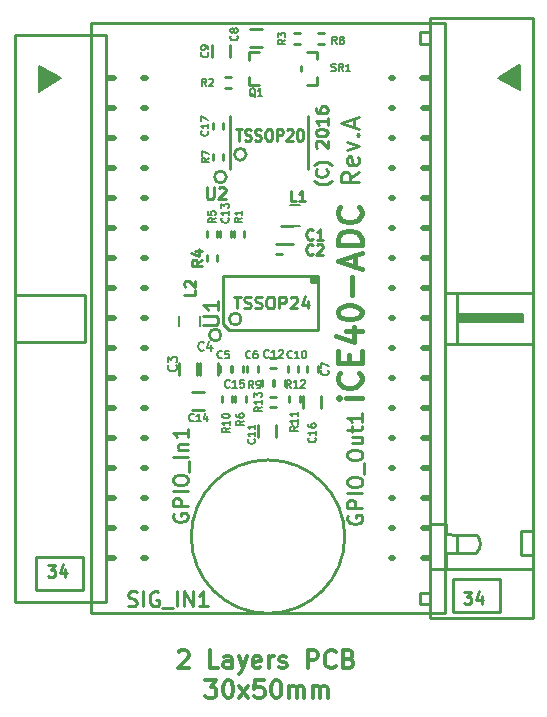
<source format=gbr>
G04 #@! TF.FileFunction,Legend,Top*
%FSLAX46Y46*%
G04 Gerber Fmt 4.6, Leading zero omitted, Abs format (unit mm)*
G04 Created by KiCad (PCBNEW 4.0.1-3.201512221401+6198~38~ubuntu15.10.1-stable) date Thu 31 Mar 2016 12:50:45 PM EEST*
%MOMM*%
G01*
G04 APERTURE LIST*
%ADD10C,0.100000*%
%ADD11C,0.254000*%
%ADD12C,0.300000*%
%ADD13C,0.381000*%
%ADD14C,0.127000*%
%ADD15C,0.500000*%
%ADD16C,0.150000*%
%ADD17C,0.158750*%
%ADD18C,0.222250*%
%ADD19C,0.190500*%
%ADD20C,0.225000*%
%ADD21C,0.250000*%
G04 APERTURE END LIST*
D10*
D11*
X147691929Y-82613500D02*
X146966214Y-83121500D01*
X147691929Y-83484357D02*
X146167929Y-83484357D01*
X146167929Y-82903785D01*
X146240500Y-82758643D01*
X146313071Y-82686071D01*
X146458214Y-82613500D01*
X146675929Y-82613500D01*
X146821071Y-82686071D01*
X146893643Y-82758643D01*
X146966214Y-82903785D01*
X146966214Y-83484357D01*
X147619357Y-81379785D02*
X147691929Y-81524928D01*
X147691929Y-81815214D01*
X147619357Y-81960357D01*
X147474214Y-82032928D01*
X146893643Y-82032928D01*
X146748500Y-81960357D01*
X146675929Y-81815214D01*
X146675929Y-81524928D01*
X146748500Y-81379785D01*
X146893643Y-81307214D01*
X147038786Y-81307214D01*
X147183929Y-82032928D01*
X146675929Y-80799214D02*
X147691929Y-80436357D01*
X146675929Y-80073499D01*
X147546786Y-79492928D02*
X147619357Y-79420356D01*
X147691929Y-79492928D01*
X147619357Y-79565499D01*
X147546786Y-79492928D01*
X147691929Y-79492928D01*
X147256500Y-78839785D02*
X147256500Y-78114071D01*
X147691929Y-78984928D02*
X146167929Y-78476928D01*
X147691929Y-77968928D01*
X143611600Y-91948000D02*
X144170400Y-91948000D01*
X143611600Y-91440000D02*
X143611600Y-91948000D01*
X143967200Y-91440000D02*
X143967200Y-91795600D01*
X143764000Y-91846400D02*
X144170400Y-91846400D01*
X143764000Y-91440000D02*
X143764000Y-91846400D01*
D12*
X132434143Y-123273429D02*
X132505572Y-123202000D01*
X132648429Y-123130571D01*
X133005572Y-123130571D01*
X133148429Y-123202000D01*
X133219858Y-123273429D01*
X133291286Y-123416286D01*
X133291286Y-123559143D01*
X133219858Y-123773429D01*
X132362715Y-124630571D01*
X133291286Y-124630571D01*
X135791286Y-124630571D02*
X135077000Y-124630571D01*
X135077000Y-123130571D01*
X136934143Y-124630571D02*
X136934143Y-123844857D01*
X136862714Y-123702000D01*
X136719857Y-123630571D01*
X136434143Y-123630571D01*
X136291286Y-123702000D01*
X136934143Y-124559143D02*
X136791286Y-124630571D01*
X136434143Y-124630571D01*
X136291286Y-124559143D01*
X136219857Y-124416286D01*
X136219857Y-124273429D01*
X136291286Y-124130571D01*
X136434143Y-124059143D01*
X136791286Y-124059143D01*
X136934143Y-123987714D01*
X137505572Y-123630571D02*
X137862715Y-124630571D01*
X138219857Y-123630571D02*
X137862715Y-124630571D01*
X137719857Y-124987714D01*
X137648429Y-125059143D01*
X137505572Y-125130571D01*
X139362714Y-124559143D02*
X139219857Y-124630571D01*
X138934143Y-124630571D01*
X138791286Y-124559143D01*
X138719857Y-124416286D01*
X138719857Y-123844857D01*
X138791286Y-123702000D01*
X138934143Y-123630571D01*
X139219857Y-123630571D01*
X139362714Y-123702000D01*
X139434143Y-123844857D01*
X139434143Y-123987714D01*
X138719857Y-124130571D01*
X140077000Y-124630571D02*
X140077000Y-123630571D01*
X140077000Y-123916286D02*
X140148428Y-123773429D01*
X140219857Y-123702000D01*
X140362714Y-123630571D01*
X140505571Y-123630571D01*
X140934142Y-124559143D02*
X141076999Y-124630571D01*
X141362714Y-124630571D01*
X141505571Y-124559143D01*
X141576999Y-124416286D01*
X141576999Y-124344857D01*
X141505571Y-124202000D01*
X141362714Y-124130571D01*
X141148428Y-124130571D01*
X141005571Y-124059143D01*
X140934142Y-123916286D01*
X140934142Y-123844857D01*
X141005571Y-123702000D01*
X141148428Y-123630571D01*
X141362714Y-123630571D01*
X141505571Y-123702000D01*
X143362714Y-124630571D02*
X143362714Y-123130571D01*
X143934142Y-123130571D01*
X144077000Y-123202000D01*
X144148428Y-123273429D01*
X144219857Y-123416286D01*
X144219857Y-123630571D01*
X144148428Y-123773429D01*
X144077000Y-123844857D01*
X143934142Y-123916286D01*
X143362714Y-123916286D01*
X145719857Y-124487714D02*
X145648428Y-124559143D01*
X145434142Y-124630571D01*
X145291285Y-124630571D01*
X145077000Y-124559143D01*
X144934142Y-124416286D01*
X144862714Y-124273429D01*
X144791285Y-123987714D01*
X144791285Y-123773429D01*
X144862714Y-123487714D01*
X144934142Y-123344857D01*
X145077000Y-123202000D01*
X145291285Y-123130571D01*
X145434142Y-123130571D01*
X145648428Y-123202000D01*
X145719857Y-123273429D01*
X146862714Y-123844857D02*
X147077000Y-123916286D01*
X147148428Y-123987714D01*
X147219857Y-124130571D01*
X147219857Y-124344857D01*
X147148428Y-124487714D01*
X147077000Y-124559143D01*
X146934142Y-124630571D01*
X146362714Y-124630571D01*
X146362714Y-123130571D01*
X146862714Y-123130571D01*
X147005571Y-123202000D01*
X147077000Y-123273429D01*
X147148428Y-123416286D01*
X147148428Y-123559143D01*
X147077000Y-123702000D01*
X147005571Y-123773429D01*
X146862714Y-123844857D01*
X146362714Y-123844857D01*
X134704001Y-125670571D02*
X135632572Y-125670571D01*
X135132572Y-126242000D01*
X135346858Y-126242000D01*
X135489715Y-126313429D01*
X135561144Y-126384857D01*
X135632572Y-126527714D01*
X135632572Y-126884857D01*
X135561144Y-127027714D01*
X135489715Y-127099143D01*
X135346858Y-127170571D01*
X134918286Y-127170571D01*
X134775429Y-127099143D01*
X134704001Y-127027714D01*
X136561143Y-125670571D02*
X136704000Y-125670571D01*
X136846857Y-125742000D01*
X136918286Y-125813429D01*
X136989715Y-125956286D01*
X137061143Y-126242000D01*
X137061143Y-126599143D01*
X136989715Y-126884857D01*
X136918286Y-127027714D01*
X136846857Y-127099143D01*
X136704000Y-127170571D01*
X136561143Y-127170571D01*
X136418286Y-127099143D01*
X136346857Y-127027714D01*
X136275429Y-126884857D01*
X136204000Y-126599143D01*
X136204000Y-126242000D01*
X136275429Y-125956286D01*
X136346857Y-125813429D01*
X136418286Y-125742000D01*
X136561143Y-125670571D01*
X137561143Y-127170571D02*
X138346857Y-126170571D01*
X137561143Y-126170571D02*
X138346857Y-127170571D01*
X139632572Y-125670571D02*
X138918286Y-125670571D01*
X138846857Y-126384857D01*
X138918286Y-126313429D01*
X139061143Y-126242000D01*
X139418286Y-126242000D01*
X139561143Y-126313429D01*
X139632572Y-126384857D01*
X139704000Y-126527714D01*
X139704000Y-126884857D01*
X139632572Y-127027714D01*
X139561143Y-127099143D01*
X139418286Y-127170571D01*
X139061143Y-127170571D01*
X138918286Y-127099143D01*
X138846857Y-127027714D01*
X140632571Y-125670571D02*
X140775428Y-125670571D01*
X140918285Y-125742000D01*
X140989714Y-125813429D01*
X141061143Y-125956286D01*
X141132571Y-126242000D01*
X141132571Y-126599143D01*
X141061143Y-126884857D01*
X140989714Y-127027714D01*
X140918285Y-127099143D01*
X140775428Y-127170571D01*
X140632571Y-127170571D01*
X140489714Y-127099143D01*
X140418285Y-127027714D01*
X140346857Y-126884857D01*
X140275428Y-126599143D01*
X140275428Y-126242000D01*
X140346857Y-125956286D01*
X140418285Y-125813429D01*
X140489714Y-125742000D01*
X140632571Y-125670571D01*
X141775428Y-127170571D02*
X141775428Y-126170571D01*
X141775428Y-126313429D02*
X141846856Y-126242000D01*
X141989714Y-126170571D01*
X142203999Y-126170571D01*
X142346856Y-126242000D01*
X142418285Y-126384857D01*
X142418285Y-127170571D01*
X142418285Y-126384857D02*
X142489714Y-126242000D01*
X142632571Y-126170571D01*
X142846856Y-126170571D01*
X142989714Y-126242000D01*
X143061142Y-126384857D01*
X143061142Y-127170571D01*
X143775428Y-127170571D02*
X143775428Y-126170571D01*
X143775428Y-126313429D02*
X143846856Y-126242000D01*
X143989714Y-126170571D01*
X144203999Y-126170571D01*
X144346856Y-126242000D01*
X144418285Y-126384857D01*
X144418285Y-127170571D01*
X144418285Y-126384857D02*
X144489714Y-126242000D01*
X144632571Y-126170571D01*
X144846856Y-126170571D01*
X144989714Y-126242000D01*
X145061142Y-126384857D01*
X145061142Y-127170571D01*
D13*
X147921738Y-101757237D02*
X146567071Y-101757237D01*
X145889738Y-101757237D02*
X145986500Y-101853999D01*
X146083262Y-101757237D01*
X145986500Y-101660476D01*
X145889738Y-101757237D01*
X146083262Y-101757237D01*
X147728214Y-99628476D02*
X147824976Y-99725238D01*
X147921738Y-100015523D01*
X147921738Y-100209047D01*
X147824976Y-100499333D01*
X147631452Y-100692857D01*
X147437929Y-100789618D01*
X147050881Y-100886380D01*
X146760595Y-100886380D01*
X146373548Y-100789618D01*
X146180024Y-100692857D01*
X145986500Y-100499333D01*
X145889738Y-100209047D01*
X145889738Y-100015523D01*
X145986500Y-99725238D01*
X146083262Y-99628476D01*
X146857357Y-98757618D02*
X146857357Y-98080285D01*
X147921738Y-97789999D02*
X147921738Y-98757618D01*
X145889738Y-98757618D01*
X145889738Y-97789999D01*
X146567071Y-96048285D02*
X147921738Y-96048285D01*
X145792976Y-96532095D02*
X147244405Y-97015904D01*
X147244405Y-95758000D01*
X145889738Y-94596857D02*
X145889738Y-94403333D01*
X145986500Y-94209809D01*
X146083262Y-94113047D01*
X146276786Y-94016285D01*
X146663833Y-93919524D01*
X147147643Y-93919524D01*
X147534690Y-94016285D01*
X147728214Y-94113047D01*
X147824976Y-94209809D01*
X147921738Y-94403333D01*
X147921738Y-94596857D01*
X147824976Y-94790381D01*
X147728214Y-94887143D01*
X147534690Y-94983904D01*
X147147643Y-95080666D01*
X146663833Y-95080666D01*
X146276786Y-94983904D01*
X146083262Y-94887143D01*
X145986500Y-94790381D01*
X145889738Y-94596857D01*
X147147643Y-93048666D02*
X147147643Y-91500476D01*
X147341167Y-90629618D02*
X147341167Y-89661999D01*
X147921738Y-90823142D02*
X145889738Y-90145809D01*
X147921738Y-89468476D01*
X147921738Y-88791142D02*
X145889738Y-88791142D01*
X145889738Y-88307333D01*
X145986500Y-88017047D01*
X146180024Y-87823523D01*
X146373548Y-87726762D01*
X146760595Y-87630000D01*
X147050881Y-87630000D01*
X147437929Y-87726762D01*
X147631452Y-87823523D01*
X147824976Y-88017047D01*
X147921738Y-88307333D01*
X147921738Y-88791142D01*
X147728214Y-85598000D02*
X147824976Y-85694762D01*
X147921738Y-85985047D01*
X147921738Y-86178571D01*
X147824976Y-86468857D01*
X147631452Y-86662381D01*
X147437929Y-86759142D01*
X147050881Y-86855904D01*
X146760595Y-86855904D01*
X146373548Y-86759142D01*
X146180024Y-86662381D01*
X145986500Y-86468857D01*
X145889738Y-86178571D01*
X145889738Y-85985047D01*
X145986500Y-85694762D01*
X146083262Y-85598000D01*
D11*
X145436167Y-83366428D02*
X145387786Y-83414808D01*
X145242643Y-83511570D01*
X145145881Y-83559951D01*
X145000738Y-83608332D01*
X144758833Y-83656713D01*
X144565310Y-83656713D01*
X144323405Y-83608332D01*
X144178262Y-83559951D01*
X144081500Y-83511570D01*
X143936357Y-83414808D01*
X143887976Y-83366428D01*
X144952357Y-82398809D02*
X145000738Y-82447190D01*
X145049119Y-82592333D01*
X145049119Y-82689095D01*
X145000738Y-82834237D01*
X144903976Y-82930999D01*
X144807214Y-82979380D01*
X144613690Y-83027761D01*
X144468548Y-83027761D01*
X144275024Y-82979380D01*
X144178262Y-82930999D01*
X144081500Y-82834237D01*
X144033119Y-82689095D01*
X144033119Y-82592333D01*
X144081500Y-82447190D01*
X144129881Y-82398809D01*
X145436167Y-82060142D02*
X145387786Y-82011761D01*
X145242643Y-81914999D01*
X145145881Y-81866618D01*
X145000738Y-81818237D01*
X144758833Y-81769856D01*
X144565310Y-81769856D01*
X144323405Y-81818237D01*
X144178262Y-81866618D01*
X144081500Y-81914999D01*
X143936357Y-82011761D01*
X143887976Y-82060142D01*
X144129881Y-80560333D02*
X144081500Y-80511952D01*
X144033119Y-80415190D01*
X144033119Y-80173286D01*
X144081500Y-80076524D01*
X144129881Y-80028143D01*
X144226643Y-79979762D01*
X144323405Y-79979762D01*
X144468548Y-80028143D01*
X145049119Y-80608714D01*
X145049119Y-79979762D01*
X144033119Y-79350809D02*
X144033119Y-79254048D01*
X144081500Y-79157286D01*
X144129881Y-79108905D01*
X144226643Y-79060524D01*
X144420167Y-79012143D01*
X144662071Y-79012143D01*
X144855595Y-79060524D01*
X144952357Y-79108905D01*
X145000738Y-79157286D01*
X145049119Y-79254048D01*
X145049119Y-79350809D01*
X145000738Y-79447571D01*
X144952357Y-79495952D01*
X144855595Y-79544333D01*
X144662071Y-79592714D01*
X144420167Y-79592714D01*
X144226643Y-79544333D01*
X144129881Y-79495952D01*
X144081500Y-79447571D01*
X144033119Y-79350809D01*
X145049119Y-78044524D02*
X145049119Y-78625095D01*
X145049119Y-78334809D02*
X144033119Y-78334809D01*
X144178262Y-78431571D01*
X144275024Y-78528333D01*
X144323405Y-78625095D01*
X144033119Y-77173667D02*
X144033119Y-77367190D01*
X144081500Y-77463952D01*
X144129881Y-77512333D01*
X144275024Y-77609095D01*
X144468548Y-77657476D01*
X144855595Y-77657476D01*
X144952357Y-77609095D01*
X145000738Y-77560714D01*
X145049119Y-77463952D01*
X145049119Y-77270429D01*
X145000738Y-77173667D01*
X144952357Y-77125286D01*
X144855595Y-77076905D01*
X144613690Y-77076905D01*
X144516929Y-77125286D01*
X144468548Y-77173667D01*
X144420167Y-77270429D01*
X144420167Y-77463952D01*
X144468548Y-77560714D01*
X144516929Y-77609095D01*
X144613690Y-77657476D01*
X125000000Y-120000000D02*
X125000000Y-70000000D01*
X155000000Y-120000000D02*
X125000000Y-120000000D01*
X155000000Y-70000000D02*
X155000000Y-120000000D01*
X125000000Y-70000000D02*
X155000000Y-70000000D01*
X139509500Y-70548500D02*
X138493500Y-70548500D01*
X139509500Y-72072500D02*
X138493500Y-72072500D01*
X139192000Y-104013000D02*
X139192000Y-105029000D01*
X140716000Y-104013000D02*
X140716000Y-105029000D01*
X142113000Y-87185500D02*
X141097000Y-87185500D01*
X142113000Y-88709500D02*
X141097000Y-88709500D01*
X135255000Y-71882000D02*
X135255000Y-72898000D01*
X136779000Y-71882000D02*
X136779000Y-72898000D01*
X140462000Y-99250500D02*
X140716000Y-99250500D01*
X140462000Y-99250500D02*
X140208000Y-99250500D01*
X140462000Y-98361500D02*
X140208000Y-98361500D01*
X140462000Y-98361500D02*
X140716000Y-98361500D01*
X135953500Y-87884000D02*
X135953500Y-88138000D01*
X135953500Y-87884000D02*
X135953500Y-87630000D01*
X136842500Y-87884000D02*
X136842500Y-87630000D01*
X136842500Y-87884000D02*
X136842500Y-88138000D01*
X136969500Y-99314000D02*
X136969500Y-99568000D01*
X136969500Y-99314000D02*
X136969500Y-99060000D01*
X137858500Y-99314000D02*
X137858500Y-99060000D01*
X137858500Y-99314000D02*
X137858500Y-99568000D01*
X137985500Y-87884000D02*
X137985500Y-87630000D01*
X137985500Y-87884000D02*
X137985500Y-88138000D01*
X137096500Y-87884000D02*
X137096500Y-88138000D01*
X137096500Y-87884000D02*
X137096500Y-87630000D01*
X136652000Y-75501500D02*
X136906000Y-75501500D01*
X136652000Y-75501500D02*
X136398000Y-75501500D01*
X136652000Y-74612500D02*
X136398000Y-74612500D01*
X136652000Y-74612500D02*
X136906000Y-74612500D01*
X142430500Y-70866000D02*
X142176500Y-70866000D01*
X142430500Y-70866000D02*
X142684500Y-70866000D01*
X142430500Y-71755000D02*
X142684500Y-71755000D01*
X142430500Y-71755000D02*
X142176500Y-71755000D01*
X134810500Y-89916000D02*
X134810500Y-90170000D01*
X134810500Y-89916000D02*
X134810500Y-89662000D01*
X135699500Y-89916000D02*
X135699500Y-89662000D01*
X135699500Y-89916000D02*
X135699500Y-90170000D01*
X135699500Y-87884000D02*
X135699500Y-87630000D01*
X135699500Y-87884000D02*
X135699500Y-88138000D01*
X134810500Y-87884000D02*
X134810500Y-88138000D01*
X134810500Y-87884000D02*
X134810500Y-87630000D01*
X137223500Y-101854000D02*
X137223500Y-102108000D01*
X137223500Y-101854000D02*
X137223500Y-101600000D01*
X138112500Y-101854000D02*
X138112500Y-101600000D01*
X138112500Y-101854000D02*
X138112500Y-102108000D01*
X135318500Y-81343500D02*
X135318500Y-81597500D01*
X135318500Y-81343500D02*
X135318500Y-81089500D01*
X136207500Y-81343500D02*
X136207500Y-81089500D01*
X136207500Y-81343500D02*
X136207500Y-81597500D01*
X144462500Y-70866000D02*
X144208500Y-70866000D01*
X144462500Y-70866000D02*
X144716500Y-70866000D01*
X144462500Y-71755000D02*
X144716500Y-71755000D01*
X144462500Y-71755000D02*
X144208500Y-71755000D01*
X140398500Y-100457000D02*
X140398500Y-100203000D01*
X140398500Y-100457000D02*
X140398500Y-100711000D01*
X139509500Y-100457000D02*
X139509500Y-100711000D01*
X139509500Y-100457000D02*
X139509500Y-100203000D01*
X136969500Y-101854000D02*
X136969500Y-101600000D01*
X136969500Y-101854000D02*
X136969500Y-102108000D01*
X136080500Y-101854000D02*
X136080500Y-102108000D01*
X136080500Y-101854000D02*
X136080500Y-101600000D01*
X141795500Y-101854000D02*
X141795500Y-102108000D01*
X141795500Y-101854000D02*
X141795500Y-101600000D01*
X142684500Y-101854000D02*
X142684500Y-101600000D01*
X142684500Y-101854000D02*
X142684500Y-102108000D01*
X140525500Y-100457000D02*
X140525500Y-100711000D01*
X140525500Y-100457000D02*
X140525500Y-100203000D01*
X141414500Y-100457000D02*
X141414500Y-100203000D01*
X141414500Y-100457000D02*
X141414500Y-100711000D01*
X140462000Y-101663500D02*
X140208000Y-101663500D01*
X140462000Y-101663500D02*
X140716000Y-101663500D01*
X140462000Y-102552500D02*
X140716000Y-102552500D01*
X140462000Y-102552500D02*
X140208000Y-102552500D01*
X140970000Y-89598500D02*
X141224000Y-89598500D01*
X140970000Y-89598500D02*
X140716000Y-89598500D01*
X140970000Y-88709500D02*
X140716000Y-88709500D01*
X140970000Y-88709500D02*
X141224000Y-88709500D01*
X133985000Y-99822000D02*
X133985000Y-98806000D01*
X132461000Y-99822000D02*
X132461000Y-98806000D01*
X135763000Y-99822000D02*
X135763000Y-98806000D01*
X134239000Y-99822000D02*
X134239000Y-98806000D01*
X135953500Y-99314000D02*
X135953500Y-99568000D01*
X135953500Y-99314000D02*
X135953500Y-99060000D01*
X136842500Y-99314000D02*
X136842500Y-99060000D01*
X136842500Y-99314000D02*
X136842500Y-99568000D01*
X138239500Y-99314000D02*
X138239500Y-99568000D01*
X138239500Y-99314000D02*
X138239500Y-99060000D01*
X139128500Y-99314000D02*
X139128500Y-99060000D01*
X139128500Y-99314000D02*
X139128500Y-99568000D01*
X143319500Y-99314000D02*
X143319500Y-99568000D01*
X143319500Y-99314000D02*
X143319500Y-99060000D01*
X144208500Y-99314000D02*
X144208500Y-99060000D01*
X144208500Y-99314000D02*
X144208500Y-99568000D01*
X141668500Y-99314000D02*
X141668500Y-99568000D01*
X141668500Y-99314000D02*
X141668500Y-99060000D01*
X142557500Y-99314000D02*
X142557500Y-99060000D01*
X142557500Y-99314000D02*
X142557500Y-99568000D01*
X133604000Y-102743000D02*
X134620000Y-102743000D01*
X133604000Y-101219000D02*
X134620000Y-101219000D01*
X144526000Y-102616000D02*
X144526000Y-101600000D01*
X143002000Y-102616000D02*
X143002000Y-101600000D01*
D14*
X141871700Y-87185500D02*
X142709900Y-87185500D01*
X141871700Y-85407500D02*
X142709900Y-85407500D01*
D11*
X143319500Y-72428100D02*
X144106900Y-72428100D01*
X144106900Y-72428100D02*
X144106900Y-73088500D01*
X144106900Y-74612500D02*
X144106900Y-75272900D01*
X144106900Y-75272900D02*
X143319500Y-75272900D01*
X142786100Y-73647300D02*
X142786100Y-74053700D01*
X135318500Y-78740000D02*
X135318500Y-78994000D01*
X135318500Y-78740000D02*
X135318500Y-78486000D01*
X136207500Y-78740000D02*
X136207500Y-78486000D01*
X136207500Y-78740000D02*
X136207500Y-78994000D01*
D14*
X134239000Y-95681800D02*
X134239000Y-94843600D01*
X132461000Y-95681800D02*
X132461000Y-94843600D01*
D11*
X143383000Y-77876400D02*
X143383000Y-82372200D01*
X136779000Y-77876400D02*
X136779000Y-82397600D01*
X136465200Y-83040200D02*
G75*
G03X136465200Y-83040200I-500000J0D01*
G01*
X138147800Y-81133800D02*
G75*
G03X138147800Y-81133800I-500000J0D01*
G01*
X136208000Y-91426000D02*
X136208000Y-95526000D01*
X136208000Y-95526000D02*
X136708000Y-96026000D01*
X136708000Y-96026000D02*
X144208000Y-96026000D01*
X144208000Y-91426000D02*
X144208000Y-96026000D01*
X136023000Y-96426000D02*
G75*
G03X136023000Y-96426000I-500000J0D01*
G01*
X137723000Y-95076000D02*
G75*
G03X137723000Y-95076000I-500000J0D01*
G01*
X136208000Y-91426000D02*
X144208000Y-91426000D01*
D15*
X129438400Y-105143300D02*
X129641600Y-105143300D01*
X129438400Y-107670600D02*
X129641600Y-107670600D01*
X129438400Y-110236000D02*
X129641600Y-110236000D01*
X129438400Y-112776000D02*
X129641600Y-112776000D01*
X129438400Y-115316000D02*
X129641600Y-115316000D01*
X126453900Y-74663300D02*
X126949200Y-74663300D01*
X126453900Y-92430600D02*
X126949200Y-92430600D01*
X126453900Y-94996000D02*
X126949200Y-94996000D01*
X126453900Y-97536000D02*
X126949200Y-97536000D01*
X126479300Y-115316000D02*
X126974600Y-115316000D01*
D11*
X124373640Y-117993160D02*
X124368560Y-115194080D01*
X124368560Y-115194080D02*
X120362980Y-115189000D01*
X120362980Y-115189000D02*
X120365520Y-117993160D01*
X120365520Y-117993160D02*
X124371100Y-117993160D01*
D16*
X121094500Y-74914760D02*
X120830340Y-75237340D01*
X120777000Y-74201020D02*
X120972580Y-74307700D01*
X122039380Y-74597260D02*
X122336560Y-74658220D01*
X120683020Y-75633580D02*
X122229880Y-74658220D01*
X122229880Y-74658220D02*
X120683020Y-73842880D01*
X120683020Y-73842880D02*
X120675400Y-75504040D01*
X120675400Y-75504040D02*
X122016520Y-74673460D01*
X122016520Y-74673460D02*
X120759220Y-74002900D01*
X120759220Y-74002900D02*
X120774460Y-75374500D01*
X120774460Y-75374500D02*
X121803160Y-74673460D01*
X121803160Y-74673460D02*
X120827800Y-74132440D01*
X120827800Y-74132440D02*
X120881140Y-75161140D01*
X120881140Y-75161140D02*
X121627900Y-74635360D01*
X121627900Y-74635360D02*
X120888760Y-74345800D01*
X120888760Y-74345800D02*
X120972580Y-74932540D01*
X120972580Y-74932540D02*
X121414540Y-74642980D01*
X121414540Y-74642980D02*
X120964960Y-74498200D01*
X120964960Y-74498200D02*
X121010680Y-74780140D01*
X121010680Y-74780140D02*
X121117360Y-74604880D01*
X121117360Y-74604880D02*
X121185940Y-74711560D01*
X121185940Y-74711560D02*
X121193560Y-74703940D01*
X120604280Y-75613260D02*
X120599200Y-75806300D01*
X120599200Y-75648820D02*
X120599200Y-73652380D01*
X120599200Y-73652380D02*
X122488960Y-74658220D01*
X122488960Y-74658220D02*
X120675400Y-75785980D01*
X120675400Y-75785980D02*
X120599200Y-75831700D01*
D11*
X124540000Y-92996000D02*
X118540000Y-92996000D01*
X124540000Y-96996000D02*
X118540000Y-96996000D01*
X124540000Y-92996000D02*
X124540000Y-96996000D01*
X126314200Y-70996000D02*
X118540000Y-70996000D01*
X126314200Y-118996000D02*
X118540000Y-118996000D01*
X118540000Y-118996000D02*
X118540000Y-70996000D01*
X126314200Y-118996000D02*
X126314200Y-70996000D01*
D15*
X126453900Y-100076000D02*
X126949200Y-100076000D01*
X126453900Y-102616000D02*
X126949200Y-102616000D01*
X126453900Y-105156000D02*
X126949200Y-105156000D01*
X126453900Y-107696000D02*
X126949200Y-107696000D01*
X126453900Y-110236000D02*
X126949200Y-110236000D01*
X126453900Y-112776000D02*
X126949200Y-112776000D01*
X129438400Y-102590600D02*
X129641600Y-102590600D01*
X129438400Y-100063300D02*
X129641600Y-100063300D01*
X129438400Y-97510600D02*
X129641600Y-97510600D01*
X129438400Y-94983300D02*
X129641600Y-94983300D01*
X129438400Y-92456000D02*
X129641600Y-92456000D01*
X129438400Y-84823300D02*
X129641600Y-84823300D01*
X129438400Y-77190600D02*
X129641600Y-77190600D01*
X129438400Y-74663300D02*
X129641600Y-74663300D01*
X129438400Y-79743300D02*
X129641600Y-79743300D01*
X129438400Y-82270600D02*
X129641600Y-82270600D01*
X129438400Y-89916000D02*
X129641600Y-89916000D01*
X129438400Y-87350600D02*
X129641600Y-87350600D01*
X126453900Y-89916000D02*
X126949200Y-89916000D01*
X126453900Y-87376000D02*
X126949200Y-87376000D01*
X126453900Y-84836000D02*
X126949200Y-84836000D01*
X126453900Y-82296000D02*
X126949200Y-82296000D01*
X126453900Y-79756000D02*
X126949200Y-79756000D01*
X126453900Y-77216000D02*
X126949200Y-77216000D01*
X150596600Y-84848700D02*
X150393400Y-84848700D01*
X150596600Y-82321400D02*
X150393400Y-82321400D01*
X150596600Y-79756000D02*
X150393400Y-79756000D01*
X150596600Y-77216000D02*
X150393400Y-77216000D01*
X150596600Y-74676000D02*
X150393400Y-74676000D01*
X153581100Y-115328700D02*
X153085800Y-115328700D01*
X153581100Y-97561400D02*
X153085800Y-97561400D01*
X153581100Y-94996000D02*
X153085800Y-94996000D01*
X153581100Y-92456000D02*
X153085800Y-92456000D01*
X153555700Y-74676000D02*
X153060400Y-74676000D01*
D11*
X153568400Y-118237000D02*
X152895300Y-118237000D01*
X152895300Y-118237000D02*
X152895300Y-119240300D01*
X152895300Y-119240300D02*
X153568400Y-119240300D01*
X153555700Y-70751700D02*
X152895300Y-70751700D01*
X152895300Y-70751700D02*
X152895300Y-71755000D01*
X152895300Y-71755000D02*
X153568400Y-71755000D01*
X155661360Y-117083840D02*
X155666440Y-119882920D01*
X155666440Y-119882920D02*
X159672020Y-119888000D01*
X159672020Y-119888000D02*
X159669480Y-117083840D01*
X159669480Y-117083840D02*
X155663900Y-117083840D01*
X161417000Y-113030000D02*
X161417000Y-115062000D01*
X161422080Y-115062000D02*
X162433000Y-115062000D01*
X162433000Y-113030000D02*
X161432240Y-113030000D01*
X157683200Y-114835940D02*
G75*
G03X157683200Y-113372900I-731520J731520D01*
G01*
X156022040Y-114866420D02*
X157596840Y-114866420D01*
X156001720Y-113317020D02*
X157596840Y-113322100D01*
X155087320Y-113311940D02*
X156027120Y-113317020D01*
X156027120Y-113317020D02*
X156027120Y-114876580D01*
X156027120Y-114876580D02*
X155097480Y-114876580D01*
X155100020Y-116230400D02*
X155100020Y-114874040D01*
X155087320Y-112420400D02*
X155087320Y-113311940D01*
D16*
X158910020Y-94884240D02*
X156674820Y-94856300D01*
D11*
X162433000Y-116248180D02*
X153720800Y-116248180D01*
D16*
X156865320Y-94871540D02*
X156090620Y-94858840D01*
X156090620Y-94858840D02*
X156093160Y-95250000D01*
X160845500Y-74437240D02*
X161109660Y-74114660D01*
X161163000Y-75150980D02*
X160967420Y-75044300D01*
X159900620Y-74754740D02*
X159603440Y-74693780D01*
X161256980Y-73718420D02*
X159710120Y-74693780D01*
X159710120Y-74693780D02*
X161256980Y-75509120D01*
X161256980Y-75509120D02*
X161264600Y-73847960D01*
X161264600Y-73847960D02*
X159923480Y-74678540D01*
X159923480Y-74678540D02*
X161180780Y-75349100D01*
X161180780Y-75349100D02*
X161165540Y-73977500D01*
X161165540Y-73977500D02*
X160136840Y-74678540D01*
X160136840Y-74678540D02*
X161112200Y-75219560D01*
X161112200Y-75219560D02*
X161058860Y-74190860D01*
X161058860Y-74190860D02*
X160312100Y-74716640D01*
X160312100Y-74716640D02*
X161051240Y-75006200D01*
X161051240Y-75006200D02*
X160967420Y-74419460D01*
X160967420Y-74419460D02*
X160525460Y-74709020D01*
X160525460Y-74709020D02*
X160975040Y-74853800D01*
X160975040Y-74853800D02*
X160929320Y-74571860D01*
X160929320Y-74571860D02*
X160822640Y-74747120D01*
X160822640Y-74747120D02*
X160754060Y-74640440D01*
X160754060Y-74640440D02*
X160746440Y-74648060D01*
X161335720Y-73738740D02*
X161340800Y-73545700D01*
X161340800Y-73703180D02*
X161340800Y-75699620D01*
X161340800Y-75699620D02*
X159451040Y-74693780D01*
X159451040Y-74693780D02*
X161264600Y-73566020D01*
X161264600Y-73566020D02*
X161340800Y-73520300D01*
X161523680Y-95283020D02*
X156143960Y-95237300D01*
X161508440Y-95161100D02*
X156143960Y-95145860D01*
X161508440Y-95039180D02*
X156113480Y-95023940D01*
X161508440Y-94917260D02*
X156128720Y-94932500D01*
X161554160Y-94780100D02*
X156083000Y-94780100D01*
X155996640Y-94640400D02*
X161554160Y-94640400D01*
X161554160Y-94640400D02*
X161554160Y-95351600D01*
X161554160Y-95351600D02*
X156006800Y-95351600D01*
D11*
X155989020Y-92854780D02*
X155989020Y-97155000D01*
X155087320Y-112420400D02*
X153753820Y-112420400D01*
X154965400Y-97155000D02*
X162433000Y-97155000D01*
X154965400Y-92837000D02*
X162433000Y-92837000D01*
X154962860Y-97155000D02*
X154962860Y-92837000D01*
X153720800Y-120396000D02*
X162433000Y-120396000D01*
X153720800Y-69596000D02*
X162433000Y-69596000D01*
X162433000Y-69596000D02*
X162433000Y-120396000D01*
X153720800Y-69596000D02*
X153720800Y-120396000D01*
D15*
X153581100Y-89916000D02*
X153085800Y-89916000D01*
X153581100Y-87376000D02*
X153085800Y-87376000D01*
X153581100Y-84836000D02*
X153085800Y-84836000D01*
X153581100Y-82296000D02*
X153085800Y-82296000D01*
X153581100Y-79756000D02*
X153085800Y-79756000D01*
X153581100Y-77216000D02*
X153085800Y-77216000D01*
X150596600Y-87401400D02*
X150393400Y-87401400D01*
X150596600Y-89928700D02*
X150393400Y-89928700D01*
X150596600Y-92481400D02*
X150393400Y-92481400D01*
X150596600Y-95008700D02*
X150393400Y-95008700D01*
X150596600Y-97536000D02*
X150393400Y-97536000D01*
X150596600Y-105168700D02*
X150393400Y-105168700D01*
X150596600Y-112801400D02*
X150393400Y-112801400D01*
X150596600Y-115328700D02*
X150393400Y-115328700D01*
X150596600Y-110248700D02*
X150393400Y-110248700D01*
X150596600Y-107721400D02*
X150393400Y-107721400D01*
X150596600Y-100076000D02*
X150393400Y-100076000D01*
X150596600Y-102641400D02*
X150393400Y-102641400D01*
X153581100Y-100076000D02*
X153085800Y-100076000D01*
X153581100Y-102616000D02*
X153085800Y-102616000D01*
X153581100Y-105156000D02*
X153085800Y-105156000D01*
X153581100Y-107696000D02*
X153085800Y-107696000D01*
X153581100Y-110236000D02*
X153085800Y-110236000D01*
X153581100Y-112776000D02*
X153085800Y-112776000D01*
D11*
X138366500Y-74561700D02*
X138366500Y-75272900D01*
X139204700Y-75272900D02*
X138366500Y-75272900D01*
X139204700Y-72428100D02*
X138366500Y-72428100D01*
X138366500Y-72428100D02*
X138366500Y-73139300D01*
X146500000Y-113500000D02*
G75*
G03X146500000Y-113500000I-6500000J0D01*
G01*
D17*
X137386786Y-71073433D02*
X137417024Y-71103671D01*
X137447262Y-71194386D01*
X137447262Y-71254862D01*
X137417024Y-71345576D01*
X137356548Y-71406052D01*
X137296071Y-71436291D01*
X137175119Y-71466529D01*
X137084405Y-71466529D01*
X136963452Y-71436291D01*
X136902976Y-71406052D01*
X136842500Y-71345576D01*
X136812262Y-71254862D01*
X136812262Y-71194386D01*
X136842500Y-71103671D01*
X136872738Y-71073433D01*
X137084405Y-70710576D02*
X137054167Y-70771052D01*
X137023929Y-70801291D01*
X136963452Y-70831529D01*
X136933214Y-70831529D01*
X136872738Y-70801291D01*
X136842500Y-70771052D01*
X136812262Y-70710576D01*
X136812262Y-70589624D01*
X136842500Y-70529148D01*
X136872738Y-70498910D01*
X136933214Y-70468671D01*
X136963452Y-70468671D01*
X137023929Y-70498910D01*
X137054167Y-70529148D01*
X137084405Y-70589624D01*
X137084405Y-70710576D01*
X137114643Y-70771052D01*
X137144881Y-70801291D01*
X137205357Y-70831529D01*
X137326310Y-70831529D01*
X137386786Y-70801291D01*
X137417024Y-70771052D01*
X137447262Y-70710576D01*
X137447262Y-70589624D01*
X137417024Y-70529148D01*
X137386786Y-70498910D01*
X137326310Y-70468671D01*
X137205357Y-70468671D01*
X137144881Y-70498910D01*
X137114643Y-70529148D01*
X137084405Y-70589624D01*
X138847286Y-105246714D02*
X138877524Y-105276952D01*
X138907762Y-105367667D01*
X138907762Y-105428143D01*
X138877524Y-105518857D01*
X138817048Y-105579333D01*
X138756571Y-105609572D01*
X138635619Y-105639810D01*
X138544905Y-105639810D01*
X138423952Y-105609572D01*
X138363476Y-105579333D01*
X138303000Y-105518857D01*
X138272762Y-105428143D01*
X138272762Y-105367667D01*
X138303000Y-105276952D01*
X138333238Y-105246714D01*
X138907762Y-104641952D02*
X138907762Y-105004810D01*
X138907762Y-104823381D02*
X138272762Y-104823381D01*
X138363476Y-104883857D01*
X138423952Y-104944333D01*
X138454190Y-105004810D01*
X138907762Y-104037190D02*
X138907762Y-104400048D01*
X138907762Y-104218619D02*
X138272762Y-104218619D01*
X138363476Y-104279095D01*
X138423952Y-104339571D01*
X138454190Y-104400048D01*
D18*
X143806334Y-88265000D02*
X143764000Y-88307333D01*
X143637000Y-88349667D01*
X143552334Y-88349667D01*
X143425334Y-88307333D01*
X143340667Y-88222667D01*
X143298334Y-88138000D01*
X143256000Y-87968667D01*
X143256000Y-87841667D01*
X143298334Y-87672333D01*
X143340667Y-87587667D01*
X143425334Y-87503000D01*
X143552334Y-87460667D01*
X143637000Y-87460667D01*
X143764000Y-87503000D01*
X143806334Y-87545333D01*
X144653000Y-88349667D02*
X144145000Y-88349667D01*
X144399000Y-88349667D02*
X144399000Y-87460667D01*
X144314334Y-87587667D01*
X144229667Y-87672333D01*
X144145000Y-87714667D01*
D17*
X134897586Y-72495833D02*
X134927824Y-72526071D01*
X134958062Y-72616786D01*
X134958062Y-72677262D01*
X134927824Y-72767976D01*
X134867348Y-72828452D01*
X134806871Y-72858691D01*
X134685919Y-72888929D01*
X134595205Y-72888929D01*
X134474252Y-72858691D01*
X134413776Y-72828452D01*
X134353300Y-72767976D01*
X134323062Y-72677262D01*
X134323062Y-72616786D01*
X134353300Y-72526071D01*
X134383538Y-72495833D01*
X134958062Y-72193452D02*
X134958062Y-72072500D01*
X134927824Y-72012024D01*
X134897586Y-71981786D01*
X134806871Y-71921310D01*
X134685919Y-71891071D01*
X134444014Y-71891071D01*
X134383538Y-71921310D01*
X134353300Y-71951548D01*
X134323062Y-72012024D01*
X134323062Y-72132976D01*
X134353300Y-72193452D01*
X134383538Y-72223691D01*
X134444014Y-72253929D01*
X134595205Y-72253929D01*
X134655681Y-72223691D01*
X134685919Y-72193452D01*
X134716157Y-72132976D01*
X134716157Y-72012024D01*
X134685919Y-71951548D01*
X134655681Y-71921310D01*
X134595205Y-71891071D01*
X140053786Y-98270786D02*
X140023548Y-98301024D01*
X139932833Y-98331262D01*
X139872357Y-98331262D01*
X139781643Y-98301024D01*
X139721167Y-98240548D01*
X139690928Y-98180071D01*
X139660690Y-98059119D01*
X139660690Y-97968405D01*
X139690928Y-97847452D01*
X139721167Y-97786976D01*
X139781643Y-97726500D01*
X139872357Y-97696262D01*
X139932833Y-97696262D01*
X140023548Y-97726500D01*
X140053786Y-97756738D01*
X140658548Y-98331262D02*
X140295690Y-98331262D01*
X140477119Y-98331262D02*
X140477119Y-97696262D01*
X140416643Y-97786976D01*
X140356167Y-97847452D01*
X140295690Y-97877690D01*
X140900452Y-97756738D02*
X140930690Y-97726500D01*
X140991167Y-97696262D01*
X141142357Y-97696262D01*
X141202833Y-97726500D01*
X141233071Y-97756738D01*
X141263310Y-97817214D01*
X141263310Y-97877690D01*
X141233071Y-97968405D01*
X140870214Y-98331262D01*
X141263310Y-98331262D01*
X136624786Y-86514214D02*
X136655024Y-86544452D01*
X136685262Y-86635167D01*
X136685262Y-86695643D01*
X136655024Y-86786357D01*
X136594548Y-86846833D01*
X136534071Y-86877072D01*
X136413119Y-86907310D01*
X136322405Y-86907310D01*
X136201452Y-86877072D01*
X136140976Y-86846833D01*
X136080500Y-86786357D01*
X136050262Y-86695643D01*
X136050262Y-86635167D01*
X136080500Y-86544452D01*
X136110738Y-86514214D01*
X136685262Y-85909452D02*
X136685262Y-86272310D01*
X136685262Y-86090881D02*
X136050262Y-86090881D01*
X136140976Y-86151357D01*
X136201452Y-86211833D01*
X136231690Y-86272310D01*
X136050262Y-85697786D02*
X136050262Y-85304690D01*
X136292167Y-85516357D01*
X136292167Y-85425643D01*
X136322405Y-85365167D01*
X136352643Y-85334929D01*
X136413119Y-85304690D01*
X136564310Y-85304690D01*
X136624786Y-85334929D01*
X136655024Y-85365167D01*
X136685262Y-85425643D01*
X136685262Y-85607071D01*
X136655024Y-85667548D01*
X136624786Y-85697786D01*
X136751786Y-100810786D02*
X136721548Y-100841024D01*
X136630833Y-100871262D01*
X136570357Y-100871262D01*
X136479643Y-100841024D01*
X136419167Y-100780548D01*
X136388928Y-100720071D01*
X136358690Y-100599119D01*
X136358690Y-100508405D01*
X136388928Y-100387452D01*
X136419167Y-100326976D01*
X136479643Y-100266500D01*
X136570357Y-100236262D01*
X136630833Y-100236262D01*
X136721548Y-100266500D01*
X136751786Y-100296738D01*
X137356548Y-100871262D02*
X136993690Y-100871262D01*
X137175119Y-100871262D02*
X137175119Y-100236262D01*
X137114643Y-100326976D01*
X137054167Y-100387452D01*
X136993690Y-100417690D01*
X137931071Y-100236262D02*
X137628690Y-100236262D01*
X137598452Y-100538643D01*
X137628690Y-100508405D01*
X137689167Y-100478167D01*
X137840357Y-100478167D01*
X137900833Y-100508405D01*
X137931071Y-100538643D01*
X137961310Y-100599119D01*
X137961310Y-100750310D01*
X137931071Y-100810786D01*
X137900833Y-100841024D01*
X137840357Y-100871262D01*
X137689167Y-100871262D01*
X137628690Y-100841024D01*
X137598452Y-100810786D01*
X137802862Y-86516633D02*
X137500481Y-86728300D01*
X137802862Y-86879491D02*
X137167862Y-86879491D01*
X137167862Y-86637586D01*
X137198100Y-86577110D01*
X137228338Y-86546871D01*
X137288814Y-86516633D01*
X137379529Y-86516633D01*
X137440005Y-86546871D01*
X137470243Y-86577110D01*
X137500481Y-86637586D01*
X137500481Y-86879491D01*
X137802862Y-85911871D02*
X137802862Y-86274729D01*
X137802862Y-86093300D02*
X137167862Y-86093300D01*
X137258576Y-86153776D01*
X137319052Y-86214252D01*
X137349290Y-86274729D01*
X134768167Y-75344262D02*
X134556500Y-75041881D01*
X134405309Y-75344262D02*
X134405309Y-74709262D01*
X134647214Y-74709262D01*
X134707690Y-74739500D01*
X134737929Y-74769738D01*
X134768167Y-74830214D01*
X134768167Y-74920929D01*
X134737929Y-74981405D01*
X134707690Y-75011643D01*
X134647214Y-75041881D01*
X134405309Y-75041881D01*
X135010071Y-74769738D02*
X135040309Y-74739500D01*
X135100786Y-74709262D01*
X135251976Y-74709262D01*
X135312452Y-74739500D01*
X135342690Y-74769738D01*
X135372929Y-74830214D01*
X135372929Y-74890690D01*
X135342690Y-74981405D01*
X134979833Y-75344262D01*
X135372929Y-75344262D01*
X141460462Y-71429033D02*
X141158081Y-71640700D01*
X141460462Y-71791891D02*
X140825462Y-71791891D01*
X140825462Y-71549986D01*
X140855700Y-71489510D01*
X140885938Y-71459271D01*
X140946414Y-71429033D01*
X141037129Y-71429033D01*
X141097605Y-71459271D01*
X141127843Y-71489510D01*
X141158081Y-71549986D01*
X141158081Y-71791891D01*
X140825462Y-71217367D02*
X140825462Y-70824271D01*
X141067367Y-71035938D01*
X141067367Y-70945224D01*
X141097605Y-70884748D01*
X141127843Y-70854510D01*
X141188319Y-70824271D01*
X141339510Y-70824271D01*
X141399986Y-70854510D01*
X141430224Y-70884748D01*
X141460462Y-70945224D01*
X141460462Y-71126652D01*
X141430224Y-71187129D01*
X141399986Y-71217367D01*
D18*
X134450667Y-90064166D02*
X134027333Y-90360500D01*
X134450667Y-90572166D02*
X133561667Y-90572166D01*
X133561667Y-90233500D01*
X133604000Y-90148833D01*
X133646333Y-90106500D01*
X133731000Y-90064166D01*
X133858000Y-90064166D01*
X133942667Y-90106500D01*
X133985000Y-90148833D01*
X134027333Y-90233500D01*
X134027333Y-90572166D01*
X133858000Y-89302166D02*
X134450667Y-89302166D01*
X133519333Y-89513833D02*
X134154333Y-89725500D01*
X134154333Y-89175166D01*
D17*
X135567662Y-86516633D02*
X135265281Y-86728300D01*
X135567662Y-86879491D02*
X134932662Y-86879491D01*
X134932662Y-86637586D01*
X134962900Y-86577110D01*
X134993138Y-86546871D01*
X135053614Y-86516633D01*
X135144329Y-86516633D01*
X135204805Y-86546871D01*
X135235043Y-86577110D01*
X135265281Y-86637586D01*
X135265281Y-86879491D01*
X134932662Y-85942110D02*
X134932662Y-86244491D01*
X135235043Y-86274729D01*
X135204805Y-86244491D01*
X135174567Y-86184014D01*
X135174567Y-86032824D01*
X135204805Y-85972348D01*
X135235043Y-85942110D01*
X135295519Y-85911871D01*
X135446710Y-85911871D01*
X135507186Y-85942110D01*
X135537424Y-85972348D01*
X135567662Y-86032824D01*
X135567662Y-86184014D01*
X135537424Y-86244491D01*
X135507186Y-86274729D01*
X137955262Y-103674333D02*
X137652881Y-103886000D01*
X137955262Y-104037191D02*
X137320262Y-104037191D01*
X137320262Y-103795286D01*
X137350500Y-103734810D01*
X137380738Y-103704571D01*
X137441214Y-103674333D01*
X137531929Y-103674333D01*
X137592405Y-103704571D01*
X137622643Y-103734810D01*
X137652881Y-103795286D01*
X137652881Y-104037191D01*
X137320262Y-103130048D02*
X137320262Y-103251000D01*
X137350500Y-103311476D01*
X137380738Y-103341714D01*
X137471452Y-103402191D01*
X137592405Y-103432429D01*
X137834310Y-103432429D01*
X137894786Y-103402191D01*
X137925024Y-103371952D01*
X137955262Y-103311476D01*
X137955262Y-103190524D01*
X137925024Y-103130048D01*
X137894786Y-103099810D01*
X137834310Y-103069571D01*
X137683119Y-103069571D01*
X137622643Y-103099810D01*
X137592405Y-103130048D01*
X137562167Y-103190524D01*
X137562167Y-103311476D01*
X137592405Y-103371952D01*
X137622643Y-103402191D01*
X137683119Y-103432429D01*
X135008862Y-81449333D02*
X134706481Y-81661000D01*
X135008862Y-81812191D02*
X134373862Y-81812191D01*
X134373862Y-81570286D01*
X134404100Y-81509810D01*
X134434338Y-81479571D01*
X134494814Y-81449333D01*
X134585529Y-81449333D01*
X134646005Y-81479571D01*
X134676243Y-81509810D01*
X134706481Y-81570286D01*
X134706481Y-81812191D01*
X134373862Y-81237667D02*
X134373862Y-80814333D01*
X135008862Y-81086476D01*
X145817167Y-71788262D02*
X145605500Y-71485881D01*
X145454309Y-71788262D02*
X145454309Y-71153262D01*
X145696214Y-71153262D01*
X145756690Y-71183500D01*
X145786929Y-71213738D01*
X145817167Y-71274214D01*
X145817167Y-71364929D01*
X145786929Y-71425405D01*
X145756690Y-71455643D01*
X145696214Y-71485881D01*
X145454309Y-71485881D01*
X146180024Y-71425405D02*
X146119548Y-71395167D01*
X146089309Y-71364929D01*
X146059071Y-71304452D01*
X146059071Y-71274214D01*
X146089309Y-71213738D01*
X146119548Y-71183500D01*
X146180024Y-71153262D01*
X146300976Y-71153262D01*
X146361452Y-71183500D01*
X146391690Y-71213738D01*
X146421929Y-71274214D01*
X146421929Y-71304452D01*
X146391690Y-71364929D01*
X146361452Y-71395167D01*
X146300976Y-71425405D01*
X146180024Y-71425405D01*
X146119548Y-71455643D01*
X146089309Y-71485881D01*
X146059071Y-71546357D01*
X146059071Y-71667310D01*
X146089309Y-71727786D01*
X146119548Y-71758024D01*
X146180024Y-71788262D01*
X146300976Y-71788262D01*
X146361452Y-71758024D01*
X146391690Y-71727786D01*
X146421929Y-71667310D01*
X146421929Y-71546357D01*
X146391690Y-71485881D01*
X146361452Y-71455643D01*
X146300976Y-71425405D01*
X138768667Y-100934762D02*
X138557000Y-100632381D01*
X138405809Y-100934762D02*
X138405809Y-100299762D01*
X138647714Y-100299762D01*
X138708190Y-100330000D01*
X138738429Y-100360238D01*
X138768667Y-100420714D01*
X138768667Y-100511429D01*
X138738429Y-100571905D01*
X138708190Y-100602143D01*
X138647714Y-100632381D01*
X138405809Y-100632381D01*
X139071048Y-100934762D02*
X139192000Y-100934762D01*
X139252476Y-100904524D01*
X139282714Y-100874286D01*
X139343190Y-100783571D01*
X139373429Y-100662619D01*
X139373429Y-100420714D01*
X139343190Y-100360238D01*
X139312952Y-100330000D01*
X139252476Y-100299762D01*
X139131524Y-100299762D01*
X139071048Y-100330000D01*
X139040809Y-100360238D01*
X139010571Y-100420714D01*
X139010571Y-100571905D01*
X139040809Y-100632381D01*
X139071048Y-100662619D01*
X139131524Y-100692857D01*
X139252476Y-100692857D01*
X139312952Y-100662619D01*
X139343190Y-100632381D01*
X139373429Y-100571905D01*
X136748762Y-104294214D02*
X136446381Y-104505881D01*
X136748762Y-104657072D02*
X136113762Y-104657072D01*
X136113762Y-104415167D01*
X136144000Y-104354691D01*
X136174238Y-104324452D01*
X136234714Y-104294214D01*
X136325429Y-104294214D01*
X136385905Y-104324452D01*
X136416143Y-104354691D01*
X136446381Y-104415167D01*
X136446381Y-104657072D01*
X136748762Y-103689452D02*
X136748762Y-104052310D01*
X136748762Y-103870881D02*
X136113762Y-103870881D01*
X136204476Y-103931357D01*
X136264952Y-103991833D01*
X136295190Y-104052310D01*
X136113762Y-103296357D02*
X136113762Y-103235881D01*
X136144000Y-103175405D01*
X136174238Y-103145167D01*
X136234714Y-103114929D01*
X136355667Y-103084690D01*
X136506857Y-103084690D01*
X136627810Y-103114929D01*
X136688286Y-103145167D01*
X136718524Y-103175405D01*
X136748762Y-103235881D01*
X136748762Y-103296357D01*
X136718524Y-103356833D01*
X136688286Y-103387071D01*
X136627810Y-103417310D01*
X136506857Y-103447548D01*
X136355667Y-103447548D01*
X136234714Y-103417310D01*
X136174238Y-103387071D01*
X136144000Y-103356833D01*
X136113762Y-103296357D01*
X142527262Y-104167214D02*
X142224881Y-104378881D01*
X142527262Y-104530072D02*
X141892262Y-104530072D01*
X141892262Y-104288167D01*
X141922500Y-104227691D01*
X141952738Y-104197452D01*
X142013214Y-104167214D01*
X142103929Y-104167214D01*
X142164405Y-104197452D01*
X142194643Y-104227691D01*
X142224881Y-104288167D01*
X142224881Y-104530072D01*
X142527262Y-103562452D02*
X142527262Y-103925310D01*
X142527262Y-103743881D02*
X141892262Y-103743881D01*
X141982976Y-103804357D01*
X142043452Y-103864833D01*
X142073690Y-103925310D01*
X142527262Y-102957690D02*
X142527262Y-103320548D01*
X142527262Y-103139119D02*
X141892262Y-103139119D01*
X141982976Y-103199595D01*
X142043452Y-103260071D01*
X142073690Y-103320548D01*
X141933386Y-100871262D02*
X141721719Y-100568881D01*
X141570528Y-100871262D02*
X141570528Y-100236262D01*
X141812433Y-100236262D01*
X141872909Y-100266500D01*
X141903148Y-100296738D01*
X141933386Y-100357214D01*
X141933386Y-100447929D01*
X141903148Y-100508405D01*
X141872909Y-100538643D01*
X141812433Y-100568881D01*
X141570528Y-100568881D01*
X142538148Y-100871262D02*
X142175290Y-100871262D01*
X142356719Y-100871262D02*
X142356719Y-100236262D01*
X142296243Y-100326976D01*
X142235767Y-100387452D01*
X142175290Y-100417690D01*
X142780052Y-100296738D02*
X142810290Y-100266500D01*
X142870767Y-100236262D01*
X143021957Y-100236262D01*
X143082433Y-100266500D01*
X143112671Y-100296738D01*
X143142910Y-100357214D01*
X143142910Y-100417690D01*
X143112671Y-100508405D01*
X142749814Y-100871262D01*
X143142910Y-100871262D01*
X139479262Y-102516214D02*
X139176881Y-102727881D01*
X139479262Y-102879072D02*
X138844262Y-102879072D01*
X138844262Y-102637167D01*
X138874500Y-102576691D01*
X138904738Y-102546452D01*
X138965214Y-102516214D01*
X139055929Y-102516214D01*
X139116405Y-102546452D01*
X139146643Y-102576691D01*
X139176881Y-102637167D01*
X139176881Y-102879072D01*
X139479262Y-101911452D02*
X139479262Y-102274310D01*
X139479262Y-102092881D02*
X138844262Y-102092881D01*
X138934976Y-102153357D01*
X138995452Y-102213833D01*
X139025690Y-102274310D01*
X138844262Y-101699786D02*
X138844262Y-101306690D01*
X139086167Y-101518357D01*
X139086167Y-101427643D01*
X139116405Y-101367167D01*
X139146643Y-101336929D01*
X139207119Y-101306690D01*
X139358310Y-101306690D01*
X139418786Y-101336929D01*
X139449024Y-101367167D01*
X139479262Y-101427643D01*
X139479262Y-101609071D01*
X139449024Y-101669548D01*
X139418786Y-101699786D01*
D18*
X143806334Y-89535000D02*
X143764000Y-89577333D01*
X143637000Y-89619667D01*
X143552334Y-89619667D01*
X143425334Y-89577333D01*
X143340667Y-89492667D01*
X143298334Y-89408000D01*
X143256000Y-89238667D01*
X143256000Y-89111667D01*
X143298334Y-88942333D01*
X143340667Y-88857667D01*
X143425334Y-88773000D01*
X143552334Y-88730667D01*
X143637000Y-88730667D01*
X143764000Y-88773000D01*
X143806334Y-88815333D01*
X144145000Y-88815333D02*
X144187334Y-88773000D01*
X144272000Y-88730667D01*
X144483667Y-88730667D01*
X144568334Y-88773000D01*
X144610667Y-88815333D01*
X144653000Y-88900000D01*
X144653000Y-88984667D01*
X144610667Y-89111667D01*
X144102667Y-89619667D01*
X144653000Y-89619667D01*
D19*
X132225143Y-98996500D02*
X132261429Y-99032786D01*
X132297714Y-99141643D01*
X132297714Y-99214214D01*
X132261429Y-99323071D01*
X132188857Y-99395643D01*
X132116286Y-99431928D01*
X131971143Y-99468214D01*
X131862286Y-99468214D01*
X131717143Y-99431928D01*
X131644571Y-99395643D01*
X131572000Y-99323071D01*
X131535714Y-99214214D01*
X131535714Y-99141643D01*
X131572000Y-99032786D01*
X131608286Y-98996500D01*
X131535714Y-98742500D02*
X131535714Y-98270786D01*
X131826000Y-98524786D01*
X131826000Y-98415928D01*
X131862286Y-98343357D01*
X131898571Y-98307071D01*
X131971143Y-98270786D01*
X132152571Y-98270786D01*
X132225143Y-98307071D01*
X132261429Y-98343357D01*
X132297714Y-98415928D01*
X132297714Y-98633643D01*
X132261429Y-98706214D01*
X132225143Y-98742500D01*
X134556500Y-97681143D02*
X134520214Y-97717429D01*
X134411357Y-97753714D01*
X134338786Y-97753714D01*
X134229929Y-97717429D01*
X134157357Y-97644857D01*
X134121072Y-97572286D01*
X134084786Y-97427143D01*
X134084786Y-97318286D01*
X134121072Y-97173143D01*
X134157357Y-97100571D01*
X134229929Y-97028000D01*
X134338786Y-96991714D01*
X134411357Y-96991714D01*
X134520214Y-97028000D01*
X134556500Y-97064286D01*
X135209643Y-97245714D02*
X135209643Y-97753714D01*
X135028214Y-96955429D02*
X134846786Y-97499714D01*
X135318500Y-97499714D01*
D17*
X136101667Y-98334286D02*
X136071429Y-98364524D01*
X135980714Y-98394762D01*
X135920238Y-98394762D01*
X135829524Y-98364524D01*
X135769048Y-98304048D01*
X135738809Y-98243571D01*
X135708571Y-98122619D01*
X135708571Y-98031905D01*
X135738809Y-97910952D01*
X135769048Y-97850476D01*
X135829524Y-97790000D01*
X135920238Y-97759762D01*
X135980714Y-97759762D01*
X136071429Y-97790000D01*
X136101667Y-97820238D01*
X136676190Y-97759762D02*
X136373809Y-97759762D01*
X136343571Y-98062143D01*
X136373809Y-98031905D01*
X136434286Y-98001667D01*
X136585476Y-98001667D01*
X136645952Y-98031905D01*
X136676190Y-98062143D01*
X136706429Y-98122619D01*
X136706429Y-98273810D01*
X136676190Y-98334286D01*
X136645952Y-98364524D01*
X136585476Y-98394762D01*
X136434286Y-98394762D01*
X136373809Y-98364524D01*
X136343571Y-98334286D01*
X138514667Y-98334286D02*
X138484429Y-98364524D01*
X138393714Y-98394762D01*
X138333238Y-98394762D01*
X138242524Y-98364524D01*
X138182048Y-98304048D01*
X138151809Y-98243571D01*
X138121571Y-98122619D01*
X138121571Y-98031905D01*
X138151809Y-97910952D01*
X138182048Y-97850476D01*
X138242524Y-97790000D01*
X138333238Y-97759762D01*
X138393714Y-97759762D01*
X138484429Y-97790000D01*
X138514667Y-97820238D01*
X139058952Y-97759762D02*
X138938000Y-97759762D01*
X138877524Y-97790000D01*
X138847286Y-97820238D01*
X138786809Y-97910952D01*
X138756571Y-98031905D01*
X138756571Y-98273810D01*
X138786809Y-98334286D01*
X138817048Y-98364524D01*
X138877524Y-98394762D01*
X138998476Y-98394762D01*
X139058952Y-98364524D01*
X139089190Y-98334286D01*
X139119429Y-98273810D01*
X139119429Y-98122619D01*
X139089190Y-98062143D01*
X139058952Y-98031905D01*
X138998476Y-98001667D01*
X138877524Y-98001667D01*
X138817048Y-98031905D01*
X138786809Y-98062143D01*
X138756571Y-98122619D01*
X145070286Y-99419833D02*
X145100524Y-99450071D01*
X145130762Y-99540786D01*
X145130762Y-99601262D01*
X145100524Y-99691976D01*
X145040048Y-99752452D01*
X144979571Y-99782691D01*
X144858619Y-99812929D01*
X144767905Y-99812929D01*
X144646952Y-99782691D01*
X144586476Y-99752452D01*
X144526000Y-99691976D01*
X144495762Y-99601262D01*
X144495762Y-99540786D01*
X144526000Y-99450071D01*
X144556238Y-99419833D01*
X144495762Y-99208167D02*
X144495762Y-98784833D01*
X145130762Y-99056976D01*
X142022286Y-98334286D02*
X141992048Y-98364524D01*
X141901333Y-98394762D01*
X141840857Y-98394762D01*
X141750143Y-98364524D01*
X141689667Y-98304048D01*
X141659428Y-98243571D01*
X141629190Y-98122619D01*
X141629190Y-98031905D01*
X141659428Y-97910952D01*
X141689667Y-97850476D01*
X141750143Y-97790000D01*
X141840857Y-97759762D01*
X141901333Y-97759762D01*
X141992048Y-97790000D01*
X142022286Y-97820238D01*
X142627048Y-98394762D02*
X142264190Y-98394762D01*
X142445619Y-98394762D02*
X142445619Y-97759762D01*
X142385143Y-97850476D01*
X142324667Y-97910952D01*
X142264190Y-97941190D01*
X143020143Y-97759762D02*
X143080619Y-97759762D01*
X143141095Y-97790000D01*
X143171333Y-97820238D01*
X143201571Y-97880714D01*
X143231810Y-98001667D01*
X143231810Y-98152857D01*
X143201571Y-98273810D01*
X143171333Y-98334286D01*
X143141095Y-98364524D01*
X143080619Y-98394762D01*
X143020143Y-98394762D01*
X142959667Y-98364524D01*
X142929429Y-98334286D01*
X142899190Y-98273810D01*
X142868952Y-98152857D01*
X142868952Y-98001667D01*
X142899190Y-97880714D01*
X142929429Y-97820238D01*
X142959667Y-97790000D01*
X143020143Y-97759762D01*
X133703786Y-103668286D02*
X133673548Y-103698524D01*
X133582833Y-103728762D01*
X133522357Y-103728762D01*
X133431643Y-103698524D01*
X133371167Y-103638048D01*
X133340928Y-103577571D01*
X133310690Y-103456619D01*
X133310690Y-103365905D01*
X133340928Y-103244952D01*
X133371167Y-103184476D01*
X133431643Y-103124000D01*
X133522357Y-103093762D01*
X133582833Y-103093762D01*
X133673548Y-103124000D01*
X133703786Y-103154238D01*
X134308548Y-103728762D02*
X133945690Y-103728762D01*
X134127119Y-103728762D02*
X134127119Y-103093762D01*
X134066643Y-103184476D01*
X134006167Y-103244952D01*
X133945690Y-103275190D01*
X134852833Y-103305429D02*
X134852833Y-103728762D01*
X134701643Y-103063524D02*
X134550452Y-103517095D01*
X134943548Y-103517095D01*
X143990786Y-105119714D02*
X144021024Y-105149952D01*
X144051262Y-105240667D01*
X144051262Y-105301143D01*
X144021024Y-105391857D01*
X143960548Y-105452333D01*
X143900071Y-105482572D01*
X143779119Y-105512810D01*
X143688405Y-105512810D01*
X143567452Y-105482572D01*
X143506976Y-105452333D01*
X143446500Y-105391857D01*
X143416262Y-105301143D01*
X143416262Y-105240667D01*
X143446500Y-105149952D01*
X143476738Y-105119714D01*
X144051262Y-104514952D02*
X144051262Y-104877810D01*
X144051262Y-104696381D02*
X143416262Y-104696381D01*
X143506976Y-104756857D01*
X143567452Y-104817333D01*
X143597690Y-104877810D01*
X143416262Y-103970667D02*
X143416262Y-104091619D01*
X143446500Y-104152095D01*
X143476738Y-104182333D01*
X143567452Y-104242810D01*
X143688405Y-104273048D01*
X143930310Y-104273048D01*
X143990786Y-104242810D01*
X144021024Y-104212571D01*
X144051262Y-104152095D01*
X144051262Y-104031143D01*
X144021024Y-103970667D01*
X143990786Y-103940429D01*
X143930310Y-103910190D01*
X143779119Y-103910190D01*
X143718643Y-103940429D01*
X143688405Y-103970667D01*
X143658167Y-104031143D01*
X143658167Y-104152095D01*
X143688405Y-104212571D01*
X143718643Y-104242810D01*
X143779119Y-104273048D01*
D18*
X142345833Y-85111167D02*
X141922500Y-85111167D01*
X141922500Y-84222167D01*
X143107833Y-85111167D02*
X142599833Y-85111167D01*
X142853833Y-85111167D02*
X142853833Y-84222167D01*
X142769167Y-84349167D01*
X142684500Y-84433833D01*
X142599833Y-84476167D01*
D17*
X145375690Y-74044024D02*
X145466405Y-74074262D01*
X145617595Y-74074262D01*
X145678071Y-74044024D01*
X145708309Y-74013786D01*
X145738548Y-73953310D01*
X145738548Y-73892833D01*
X145708309Y-73832357D01*
X145678071Y-73802119D01*
X145617595Y-73771881D01*
X145496643Y-73741643D01*
X145436167Y-73711405D01*
X145405928Y-73681167D01*
X145375690Y-73620690D01*
X145375690Y-73560214D01*
X145405928Y-73499738D01*
X145436167Y-73469500D01*
X145496643Y-73439262D01*
X145647833Y-73439262D01*
X145738548Y-73469500D01*
X146373548Y-74074262D02*
X146161881Y-73771881D01*
X146010690Y-74074262D02*
X146010690Y-73439262D01*
X146252595Y-73439262D01*
X146313071Y-73469500D01*
X146343310Y-73499738D01*
X146373548Y-73560214D01*
X146373548Y-73650929D01*
X146343310Y-73711405D01*
X146313071Y-73741643D01*
X146252595Y-73771881D01*
X146010690Y-73771881D01*
X146978310Y-74074262D02*
X146615452Y-74074262D01*
X146796881Y-74074262D02*
X146796881Y-73439262D01*
X146736405Y-73529976D01*
X146675929Y-73590452D01*
X146615452Y-73620690D01*
X134897586Y-79148214D02*
X134927824Y-79178452D01*
X134958062Y-79269167D01*
X134958062Y-79329643D01*
X134927824Y-79420357D01*
X134867348Y-79480833D01*
X134806871Y-79511072D01*
X134685919Y-79541310D01*
X134595205Y-79541310D01*
X134474252Y-79511072D01*
X134413776Y-79480833D01*
X134353300Y-79420357D01*
X134323062Y-79329643D01*
X134323062Y-79269167D01*
X134353300Y-79178452D01*
X134383538Y-79148214D01*
X134958062Y-78543452D02*
X134958062Y-78906310D01*
X134958062Y-78724881D02*
X134323062Y-78724881D01*
X134413776Y-78785357D01*
X134474252Y-78845833D01*
X134504490Y-78906310D01*
X134323062Y-78331786D02*
X134323062Y-77908452D01*
X134958062Y-78180595D01*
D16*
D18*
X133815667Y-92604167D02*
X133815667Y-93027500D01*
X132926667Y-93027500D01*
X133011333Y-92350167D02*
X132969000Y-92307833D01*
X132926667Y-92223167D01*
X132926667Y-92011500D01*
X132969000Y-91926833D01*
X133011333Y-91884500D01*
X133096000Y-91842167D01*
X133180667Y-91842167D01*
X133307667Y-91884500D01*
X133815667Y-92392500D01*
X133815667Y-91842167D01*
D11*
X134811105Y-83924019D02*
X134811105Y-84746495D01*
X134859486Y-84843257D01*
X134907867Y-84891638D01*
X135004629Y-84940019D01*
X135198152Y-84940019D01*
X135294914Y-84891638D01*
X135343295Y-84843257D01*
X135391676Y-84746495D01*
X135391676Y-83924019D01*
X135827105Y-84020781D02*
X135875486Y-83972400D01*
X135972248Y-83924019D01*
X136214152Y-83924019D01*
X136310914Y-83972400D01*
X136359295Y-84020781D01*
X136407676Y-84117543D01*
X136407676Y-84214305D01*
X136359295Y-84359448D01*
X135778724Y-84940019D01*
X136407676Y-84940019D01*
D20*
X137264343Y-78979781D02*
X137778629Y-78979781D01*
X137521486Y-79979781D02*
X137521486Y-78979781D01*
X138035772Y-79932162D02*
X138164343Y-79979781D01*
X138378629Y-79979781D01*
X138464343Y-79932162D01*
X138507200Y-79884543D01*
X138550057Y-79789305D01*
X138550057Y-79694067D01*
X138507200Y-79598829D01*
X138464343Y-79551210D01*
X138378629Y-79503590D01*
X138207200Y-79455971D01*
X138121486Y-79408352D01*
X138078629Y-79360733D01*
X138035772Y-79265495D01*
X138035772Y-79170257D01*
X138078629Y-79075019D01*
X138121486Y-79027400D01*
X138207200Y-78979781D01*
X138421486Y-78979781D01*
X138550057Y-79027400D01*
X138892915Y-79932162D02*
X139021486Y-79979781D01*
X139235772Y-79979781D01*
X139321486Y-79932162D01*
X139364343Y-79884543D01*
X139407200Y-79789305D01*
X139407200Y-79694067D01*
X139364343Y-79598829D01*
X139321486Y-79551210D01*
X139235772Y-79503590D01*
X139064343Y-79455971D01*
X138978629Y-79408352D01*
X138935772Y-79360733D01*
X138892915Y-79265495D01*
X138892915Y-79170257D01*
X138935772Y-79075019D01*
X138978629Y-79027400D01*
X139064343Y-78979781D01*
X139278629Y-78979781D01*
X139407200Y-79027400D01*
X139964343Y-78979781D02*
X140135772Y-78979781D01*
X140221486Y-79027400D01*
X140307200Y-79122638D01*
X140350058Y-79313114D01*
X140350058Y-79646448D01*
X140307200Y-79836924D01*
X140221486Y-79932162D01*
X140135772Y-79979781D01*
X139964343Y-79979781D01*
X139878629Y-79932162D01*
X139792915Y-79836924D01*
X139750058Y-79646448D01*
X139750058Y-79313114D01*
X139792915Y-79122638D01*
X139878629Y-79027400D01*
X139964343Y-78979781D01*
X140735772Y-79979781D02*
X140735772Y-78979781D01*
X141078629Y-78979781D01*
X141164343Y-79027400D01*
X141207200Y-79075019D01*
X141250057Y-79170257D01*
X141250057Y-79313114D01*
X141207200Y-79408352D01*
X141164343Y-79455971D01*
X141078629Y-79503590D01*
X140735772Y-79503590D01*
X141592915Y-79075019D02*
X141635772Y-79027400D01*
X141721486Y-78979781D01*
X141935772Y-78979781D01*
X142021486Y-79027400D01*
X142064343Y-79075019D01*
X142107200Y-79170257D01*
X142107200Y-79265495D01*
X142064343Y-79408352D01*
X141550057Y-79979781D01*
X142107200Y-79979781D01*
X142664343Y-78979781D02*
X142750058Y-78979781D01*
X142835772Y-79027400D01*
X142878629Y-79075019D01*
X142921486Y-79170257D01*
X142964343Y-79360733D01*
X142964343Y-79598829D01*
X142921486Y-79789305D01*
X142878629Y-79884543D01*
X142835772Y-79932162D01*
X142750058Y-79979781D01*
X142664343Y-79979781D01*
X142578629Y-79932162D01*
X142535772Y-79884543D01*
X142492915Y-79789305D01*
X142450058Y-79598829D01*
X142450058Y-79360733D01*
X142492915Y-79170257D01*
X142535772Y-79075019D01*
X142578629Y-79027400D01*
X142664343Y-78979781D01*
D11*
X134534124Y-95557219D02*
X135562219Y-95557219D01*
X135683171Y-95496743D01*
X135743648Y-95436267D01*
X135804124Y-95315314D01*
X135804124Y-95073410D01*
X135743648Y-94952457D01*
X135683171Y-94891981D01*
X135562219Y-94831505D01*
X134534124Y-94831505D01*
X135804124Y-93561505D02*
X135804124Y-94287219D01*
X135804124Y-93924362D02*
X134534124Y-93924362D01*
X134715552Y-94045314D01*
X134836505Y-94166267D01*
X134896981Y-94287219D01*
D21*
X137108714Y-93178381D02*
X137680143Y-93178381D01*
X137394428Y-94178381D02*
X137394428Y-93178381D01*
X137965857Y-94130762D02*
X138108714Y-94178381D01*
X138346810Y-94178381D01*
X138442048Y-94130762D01*
X138489667Y-94083143D01*
X138537286Y-93987905D01*
X138537286Y-93892667D01*
X138489667Y-93797429D01*
X138442048Y-93749810D01*
X138346810Y-93702190D01*
X138156333Y-93654571D01*
X138061095Y-93606952D01*
X138013476Y-93559333D01*
X137965857Y-93464095D01*
X137965857Y-93368857D01*
X138013476Y-93273619D01*
X138061095Y-93226000D01*
X138156333Y-93178381D01*
X138394429Y-93178381D01*
X138537286Y-93226000D01*
X138918238Y-94130762D02*
X139061095Y-94178381D01*
X139299191Y-94178381D01*
X139394429Y-94130762D01*
X139442048Y-94083143D01*
X139489667Y-93987905D01*
X139489667Y-93892667D01*
X139442048Y-93797429D01*
X139394429Y-93749810D01*
X139299191Y-93702190D01*
X139108714Y-93654571D01*
X139013476Y-93606952D01*
X138965857Y-93559333D01*
X138918238Y-93464095D01*
X138918238Y-93368857D01*
X138965857Y-93273619D01*
X139013476Y-93226000D01*
X139108714Y-93178381D01*
X139346810Y-93178381D01*
X139489667Y-93226000D01*
X140108714Y-93178381D02*
X140299191Y-93178381D01*
X140394429Y-93226000D01*
X140489667Y-93321238D01*
X140537286Y-93511714D01*
X140537286Y-93845048D01*
X140489667Y-94035524D01*
X140394429Y-94130762D01*
X140299191Y-94178381D01*
X140108714Y-94178381D01*
X140013476Y-94130762D01*
X139918238Y-94035524D01*
X139870619Y-93845048D01*
X139870619Y-93511714D01*
X139918238Y-93321238D01*
X140013476Y-93226000D01*
X140108714Y-93178381D01*
X140965857Y-94178381D02*
X140965857Y-93178381D01*
X141346810Y-93178381D01*
X141442048Y-93226000D01*
X141489667Y-93273619D01*
X141537286Y-93368857D01*
X141537286Y-93511714D01*
X141489667Y-93606952D01*
X141442048Y-93654571D01*
X141346810Y-93702190D01*
X140965857Y-93702190D01*
X141918238Y-93273619D02*
X141965857Y-93226000D01*
X142061095Y-93178381D01*
X142299191Y-93178381D01*
X142394429Y-93226000D01*
X142442048Y-93273619D01*
X142489667Y-93368857D01*
X142489667Y-93464095D01*
X142442048Y-93606952D01*
X141870619Y-94178381D01*
X142489667Y-94178381D01*
X143346810Y-93511714D02*
X143346810Y-94178381D01*
X143108714Y-93130762D02*
X142870619Y-93845048D01*
X143489667Y-93845048D01*
D11*
X132003800Y-111541076D02*
X131943324Y-111662028D01*
X131943324Y-111843457D01*
X132003800Y-112024885D01*
X132124752Y-112145838D01*
X132245705Y-112206314D01*
X132487610Y-112266790D01*
X132669038Y-112266790D01*
X132910943Y-112206314D01*
X133031895Y-112145838D01*
X133152848Y-112024885D01*
X133213324Y-111843457D01*
X133213324Y-111722505D01*
X133152848Y-111541076D01*
X133092371Y-111480600D01*
X132669038Y-111480600D01*
X132669038Y-111722505D01*
X133213324Y-110936314D02*
X131943324Y-110936314D01*
X131943324Y-110452505D01*
X132003800Y-110331552D01*
X132064276Y-110271076D01*
X132185229Y-110210600D01*
X132366657Y-110210600D01*
X132487610Y-110271076D01*
X132548086Y-110331552D01*
X132608562Y-110452505D01*
X132608562Y-110936314D01*
X133213324Y-109666314D02*
X131943324Y-109666314D01*
X131943324Y-108819647D02*
X131943324Y-108577743D01*
X132003800Y-108456790D01*
X132124752Y-108335838D01*
X132366657Y-108275362D01*
X132789990Y-108275362D01*
X133031895Y-108335838D01*
X133152848Y-108456790D01*
X133213324Y-108577743D01*
X133213324Y-108819647D01*
X133152848Y-108940600D01*
X133031895Y-109061552D01*
X132789990Y-109122028D01*
X132366657Y-109122028D01*
X132124752Y-109061552D01*
X132003800Y-108940600D01*
X131943324Y-108819647D01*
X133334276Y-108033457D02*
X133334276Y-107065838D01*
X133213324Y-106763457D02*
X131943324Y-106763457D01*
X132366657Y-106158695D02*
X133213324Y-106158695D01*
X132487610Y-106158695D02*
X132427133Y-106098219D01*
X132366657Y-105977266D01*
X132366657Y-105795838D01*
X132427133Y-105674886D01*
X132548086Y-105614409D01*
X133213324Y-105614409D01*
X133213324Y-104344409D02*
X133213324Y-105070123D01*
X133213324Y-104707266D02*
X131943324Y-104707266D01*
X132124752Y-104828218D01*
X132245705Y-104949171D01*
X132306181Y-105070123D01*
X121351524Y-115902619D02*
X121980476Y-115902619D01*
X121641810Y-116289667D01*
X121786952Y-116289667D01*
X121883714Y-116338048D01*
X121932095Y-116386429D01*
X121980476Y-116483190D01*
X121980476Y-116725095D01*
X121932095Y-116821857D01*
X121883714Y-116870238D01*
X121786952Y-116918619D01*
X121496667Y-116918619D01*
X121399905Y-116870238D01*
X121351524Y-116821857D01*
X122851333Y-116241286D02*
X122851333Y-116918619D01*
X122609429Y-115854238D02*
X122367524Y-116579952D01*
X122996476Y-116579952D01*
X146786600Y-111707990D02*
X146726124Y-111828942D01*
X146726124Y-112010371D01*
X146786600Y-112191799D01*
X146907552Y-112312752D01*
X147028505Y-112373228D01*
X147270410Y-112433704D01*
X147451838Y-112433704D01*
X147693743Y-112373228D01*
X147814695Y-112312752D01*
X147935648Y-112191799D01*
X147996124Y-112010371D01*
X147996124Y-111889419D01*
X147935648Y-111707990D01*
X147875171Y-111647514D01*
X147451838Y-111647514D01*
X147451838Y-111889419D01*
X147996124Y-111103228D02*
X146726124Y-111103228D01*
X146726124Y-110619419D01*
X146786600Y-110498466D01*
X146847076Y-110437990D01*
X146968029Y-110377514D01*
X147149457Y-110377514D01*
X147270410Y-110437990D01*
X147330886Y-110498466D01*
X147391362Y-110619419D01*
X147391362Y-111103228D01*
X147996124Y-109833228D02*
X146726124Y-109833228D01*
X146726124Y-108986561D02*
X146726124Y-108744657D01*
X146786600Y-108623704D01*
X146907552Y-108502752D01*
X147149457Y-108442276D01*
X147572790Y-108442276D01*
X147814695Y-108502752D01*
X147935648Y-108623704D01*
X147996124Y-108744657D01*
X147996124Y-108986561D01*
X147935648Y-109107514D01*
X147814695Y-109228466D01*
X147572790Y-109288942D01*
X147149457Y-109288942D01*
X146907552Y-109228466D01*
X146786600Y-109107514D01*
X146726124Y-108986561D01*
X148117076Y-108200371D02*
X148117076Y-107232752D01*
X146726124Y-106688466D02*
X146726124Y-106446562D01*
X146786600Y-106325609D01*
X146907552Y-106204657D01*
X147149457Y-106144181D01*
X147572790Y-106144181D01*
X147814695Y-106204657D01*
X147935648Y-106325609D01*
X147996124Y-106446562D01*
X147996124Y-106688466D01*
X147935648Y-106809419D01*
X147814695Y-106930371D01*
X147572790Y-106990847D01*
X147149457Y-106990847D01*
X146907552Y-106930371D01*
X146786600Y-106809419D01*
X146726124Y-106688466D01*
X147149457Y-105055609D02*
X147996124Y-105055609D01*
X147149457Y-105599895D02*
X147814695Y-105599895D01*
X147935648Y-105539419D01*
X147996124Y-105418466D01*
X147996124Y-105237038D01*
X147935648Y-105116086D01*
X147875171Y-105055609D01*
X147149457Y-104632276D02*
X147149457Y-104148466D01*
X146726124Y-104450847D02*
X147814695Y-104450847D01*
X147935648Y-104390371D01*
X147996124Y-104269418D01*
X147996124Y-104148466D01*
X147996124Y-103059895D02*
X147996124Y-103785609D01*
X147996124Y-103422752D02*
X146726124Y-103422752D01*
X146907552Y-103543704D01*
X147028505Y-103664657D01*
X147088981Y-103785609D01*
X156581324Y-118188619D02*
X157210276Y-118188619D01*
X156871610Y-118575667D01*
X157016752Y-118575667D01*
X157113514Y-118624048D01*
X157161895Y-118672429D01*
X157210276Y-118769190D01*
X157210276Y-119011095D01*
X157161895Y-119107857D01*
X157113514Y-119156238D01*
X157016752Y-119204619D01*
X156726467Y-119204619D01*
X156629705Y-119156238D01*
X156581324Y-119107857D01*
X158081133Y-118527286D02*
X158081133Y-119204619D01*
X157839229Y-118140238D02*
X157597324Y-118865952D01*
X158226276Y-118865952D01*
D17*
X138928324Y-76242938D02*
X138867848Y-76212700D01*
X138807371Y-76152224D01*
X138716657Y-76061510D01*
X138656181Y-76031271D01*
X138595705Y-76031271D01*
X138625943Y-76182462D02*
X138565467Y-76152224D01*
X138504990Y-76091748D01*
X138474752Y-75970795D01*
X138474752Y-75759129D01*
X138504990Y-75638176D01*
X138565467Y-75577700D01*
X138625943Y-75547462D01*
X138746895Y-75547462D01*
X138807371Y-75577700D01*
X138867848Y-75638176D01*
X138898086Y-75759129D01*
X138898086Y-75970795D01*
X138867848Y-76091748D01*
X138807371Y-76152224D01*
X138746895Y-76182462D01*
X138625943Y-76182462D01*
X139502848Y-76182462D02*
X139139990Y-76182462D01*
X139321419Y-76182462D02*
X139321419Y-75547462D01*
X139260943Y-75638176D01*
X139200467Y-75698652D01*
X139139990Y-75728890D01*
D11*
X128164772Y-119335248D02*
X128346200Y-119395724D01*
X128648581Y-119395724D01*
X128769534Y-119335248D01*
X128830010Y-119274771D01*
X128890486Y-119153819D01*
X128890486Y-119032867D01*
X128830010Y-118911914D01*
X128769534Y-118851438D01*
X128648581Y-118790962D01*
X128406677Y-118730486D01*
X128285724Y-118670010D01*
X128225248Y-118609533D01*
X128164772Y-118488581D01*
X128164772Y-118367629D01*
X128225248Y-118246676D01*
X128285724Y-118186200D01*
X128406677Y-118125724D01*
X128709057Y-118125724D01*
X128890486Y-118186200D01*
X129434772Y-119395724D02*
X129434772Y-118125724D01*
X130704772Y-118186200D02*
X130583820Y-118125724D01*
X130402391Y-118125724D01*
X130220963Y-118186200D01*
X130100010Y-118307152D01*
X130039534Y-118428105D01*
X129979058Y-118670010D01*
X129979058Y-118851438D01*
X130039534Y-119093343D01*
X130100010Y-119214295D01*
X130220963Y-119335248D01*
X130402391Y-119395724D01*
X130523343Y-119395724D01*
X130704772Y-119335248D01*
X130765248Y-119274771D01*
X130765248Y-118851438D01*
X130523343Y-118851438D01*
X131007153Y-119516676D02*
X131974772Y-119516676D01*
X132277153Y-119395724D02*
X132277153Y-118125724D01*
X132881915Y-119395724D02*
X132881915Y-118125724D01*
X133607629Y-119395724D01*
X133607629Y-118125724D01*
X134877629Y-119395724D02*
X134151915Y-119395724D01*
X134514772Y-119395724D02*
X134514772Y-118125724D01*
X134393820Y-118307152D01*
X134272867Y-118428105D01*
X134151915Y-118488581D01*
M02*

</source>
